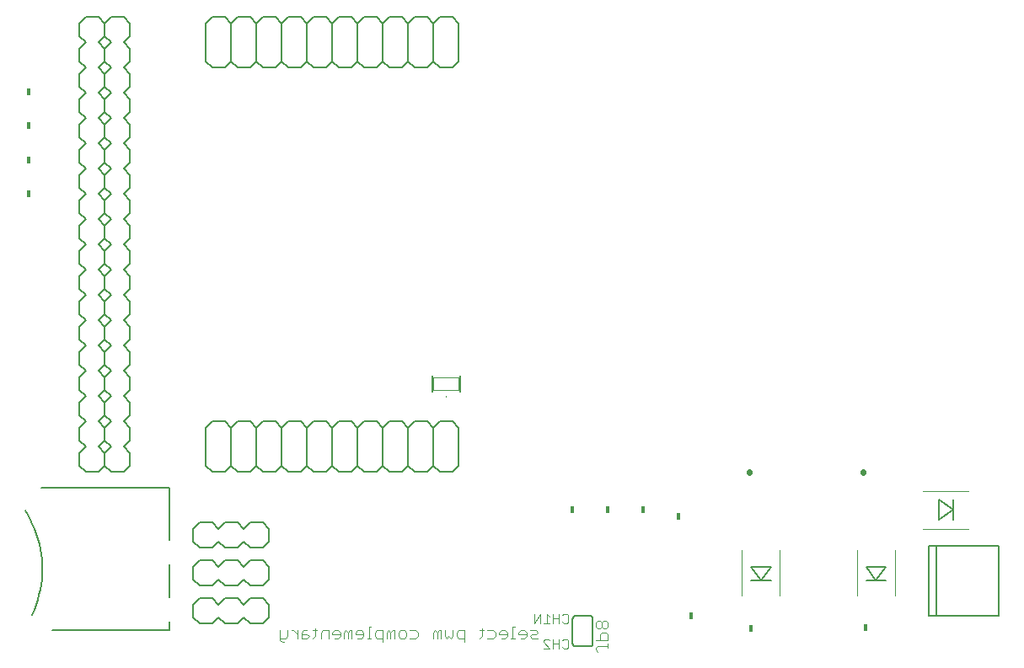
<source format=gbo>
G75*
G70*
%OFA0B0*%
%FSLAX24Y24*%
%IPPOS*%
%LPD*%
%AMOC8*
5,1,8,0,0,1.08239X$1,22.5*
%
%ADD10C,0.0040*%
%ADD11C,0.0030*%
%ADD12C,0.0080*%
%ADD13C,0.0220*%
%ADD14R,0.0180X0.0300*%
%ADD15C,0.0060*%
%ADD16C,0.0050*%
%ADD17C,0.0004*%
%ADD18C,0.0030*%
D10*
X012629Y001005D02*
X012706Y000928D01*
X012782Y000928D01*
X012629Y001005D02*
X012629Y001388D01*
X012936Y001388D02*
X012936Y001158D01*
X012859Y001081D01*
X012629Y001081D01*
X013089Y001388D02*
X013166Y001388D01*
X013319Y001235D01*
X013319Y001388D02*
X013319Y001081D01*
X013473Y001081D02*
X013703Y001081D01*
X013780Y001158D01*
X013703Y001235D01*
X013473Y001235D01*
X013473Y001311D02*
X013473Y001081D01*
X013473Y001311D02*
X013550Y001388D01*
X013703Y001388D01*
X013933Y001388D02*
X014087Y001388D01*
X014010Y001465D02*
X014010Y001158D01*
X013933Y001081D01*
X014240Y001081D02*
X014240Y001311D01*
X014317Y001388D01*
X014547Y001388D01*
X014547Y001081D01*
X014700Y001235D02*
X015007Y001235D01*
X015007Y001311D02*
X014931Y001388D01*
X014777Y001388D01*
X014700Y001311D01*
X014700Y001235D01*
X014777Y001081D02*
X014931Y001081D01*
X015007Y001158D01*
X015007Y001311D01*
X015161Y001311D02*
X015161Y001081D01*
X015314Y001081D02*
X015314Y001311D01*
X015238Y001388D01*
X015161Y001311D01*
X015314Y001311D02*
X015391Y001388D01*
X015468Y001388D01*
X015468Y001081D01*
X015621Y001235D02*
X015928Y001235D01*
X015928Y001311D02*
X015851Y001388D01*
X015698Y001388D01*
X015621Y001311D01*
X015621Y001235D01*
X015698Y001081D02*
X015851Y001081D01*
X015928Y001158D01*
X015928Y001311D01*
X016081Y001081D02*
X016235Y001081D01*
X016158Y001081D02*
X016158Y001542D01*
X016235Y001542D01*
X016465Y001388D02*
X016388Y001311D01*
X016388Y001158D01*
X016465Y001081D01*
X016695Y001081D01*
X016695Y000928D02*
X016695Y001388D01*
X016465Y001388D01*
X016849Y001311D02*
X016849Y001081D01*
X017002Y001081D02*
X017002Y001311D01*
X016925Y001388D01*
X016849Y001311D01*
X017002Y001311D02*
X017079Y001388D01*
X017156Y001388D01*
X017156Y001081D01*
X017309Y001158D02*
X017309Y001311D01*
X017386Y001388D01*
X017539Y001388D01*
X017616Y001311D01*
X017616Y001158D01*
X017539Y001081D01*
X017386Y001081D01*
X017309Y001158D01*
X017769Y001081D02*
X018000Y001081D01*
X018076Y001158D01*
X018076Y001311D01*
X018000Y001388D01*
X017769Y001388D01*
X018690Y001311D02*
X018690Y001081D01*
X018844Y001081D02*
X018844Y001311D01*
X018767Y001388D01*
X018690Y001311D01*
X018844Y001311D02*
X018920Y001388D01*
X018997Y001388D01*
X018997Y001081D01*
X019151Y001158D02*
X019227Y001081D01*
X019304Y001158D01*
X019381Y001081D01*
X019457Y001158D01*
X019457Y001388D01*
X019611Y001311D02*
X019688Y001388D01*
X019918Y001388D01*
X019918Y000928D01*
X019918Y001081D02*
X019688Y001081D01*
X019611Y001158D01*
X019611Y001311D01*
X019151Y001388D02*
X019151Y001158D01*
X020532Y001081D02*
X020608Y001158D01*
X020608Y001465D01*
X020685Y001388D02*
X020532Y001388D01*
X020838Y001388D02*
X021069Y001388D01*
X021145Y001311D01*
X021145Y001158D01*
X021069Y001081D01*
X020838Y001081D01*
X021299Y001235D02*
X021606Y001235D01*
X021606Y001311D02*
X021529Y001388D01*
X021376Y001388D01*
X021299Y001311D01*
X021299Y001235D01*
X021376Y001081D02*
X021529Y001081D01*
X021606Y001158D01*
X021606Y001311D01*
X021759Y001081D02*
X021913Y001081D01*
X021836Y001081D02*
X021836Y001542D01*
X021913Y001542D01*
X022143Y001388D02*
X022066Y001311D01*
X022066Y001235D01*
X022373Y001235D01*
X022373Y001311D02*
X022296Y001388D01*
X022143Y001388D01*
X022373Y001311D02*
X022373Y001158D01*
X022296Y001081D01*
X022143Y001081D01*
X022526Y001158D02*
X022603Y001235D01*
X022757Y001235D01*
X022833Y001311D01*
X022757Y001388D01*
X022526Y001388D01*
X022526Y001158D02*
X022603Y001081D01*
X022833Y001081D01*
X025123Y001010D02*
X025584Y001010D01*
X025584Y001241D01*
X025507Y001317D01*
X025353Y001317D01*
X025277Y001241D01*
X025277Y001010D01*
X025200Y000780D02*
X025123Y000704D01*
X025123Y000627D01*
X025200Y000550D01*
X025200Y000780D02*
X025584Y000780D01*
X025584Y000704D02*
X025584Y000857D01*
X025507Y001471D02*
X025430Y001471D01*
X025353Y001548D01*
X025353Y001701D01*
X025277Y001778D01*
X025200Y001778D01*
X025123Y001701D01*
X025123Y001548D01*
X025200Y001471D01*
X025277Y001471D01*
X025353Y001548D01*
X025353Y001701D02*
X025430Y001778D01*
X025507Y001778D01*
X025584Y001701D01*
X025584Y001548D01*
X025507Y001471D01*
X030903Y002771D02*
X030903Y004551D01*
X032403Y004551D02*
X032403Y002771D01*
X035453Y002771D02*
X035453Y004551D01*
X036953Y004551D02*
X036953Y002771D01*
X038063Y005411D02*
X039843Y005411D01*
X039843Y006911D02*
X038063Y006911D01*
D11*
X024038Y001985D02*
X024038Y001738D01*
X023977Y001676D01*
X023853Y001676D01*
X023791Y001738D01*
X023670Y001676D02*
X023670Y002047D01*
X023791Y001985D02*
X023853Y002047D01*
X023977Y002047D01*
X024038Y001985D01*
X023670Y001861D02*
X023423Y001861D01*
X023302Y001923D02*
X023178Y002047D01*
X023178Y001676D01*
X023055Y001676D02*
X023302Y001676D01*
X023423Y001676D02*
X023423Y002047D01*
X022933Y002047D02*
X022687Y001676D01*
X022687Y002047D01*
X022933Y002047D02*
X022933Y001676D01*
X023117Y001047D02*
X023055Y000985D01*
X023055Y000923D01*
X023302Y000676D01*
X023055Y000676D01*
X023423Y000676D02*
X023423Y001047D01*
X023302Y000985D02*
X023240Y001047D01*
X023117Y001047D01*
X023423Y000861D02*
X023670Y000861D01*
X023791Y000738D02*
X023853Y000676D01*
X023977Y000676D01*
X024038Y000738D01*
X024038Y000985D01*
X023977Y001047D01*
X023853Y001047D01*
X023791Y000985D01*
X023670Y001047D02*
X023670Y000676D01*
D12*
X031260Y003374D02*
X032047Y003374D01*
X031653Y003374D02*
X031260Y003914D01*
X032047Y003914D01*
X031653Y003374D01*
X035810Y003374D02*
X036597Y003374D01*
X036203Y003374D02*
X035810Y003914D01*
X036597Y003914D01*
X036203Y003374D01*
X038286Y004728D02*
X038286Y001972D01*
X038601Y001972D01*
X038601Y004728D01*
X038286Y004728D01*
X038601Y004728D02*
X041042Y004728D01*
X041042Y001972D01*
X038601Y001972D01*
X038700Y005768D02*
X038700Y006555D01*
X039241Y006161D01*
X038700Y005768D01*
X039241Y005768D02*
X039241Y006555D01*
X012203Y005411D02*
X012203Y004911D01*
X011953Y004661D01*
X011453Y004661D01*
X011203Y004911D01*
X010953Y004661D01*
X010453Y004661D01*
X010203Y004911D01*
X009953Y004661D01*
X009453Y004661D01*
X009203Y004911D01*
X009203Y005411D01*
X009453Y005661D01*
X009953Y005661D01*
X010203Y005411D01*
X010453Y005661D01*
X010953Y005661D01*
X011203Y005411D01*
X011453Y005661D01*
X011953Y005661D01*
X012203Y005411D01*
X011953Y004161D02*
X011453Y004161D01*
X011203Y003911D01*
X010953Y004161D01*
X010453Y004161D01*
X010203Y003911D01*
X009953Y004161D01*
X009453Y004161D01*
X009203Y003911D01*
X009203Y003411D01*
X009453Y003161D01*
X009953Y003161D01*
X010203Y003411D01*
X010453Y003161D01*
X010953Y003161D01*
X011203Y003411D01*
X011453Y003161D01*
X011953Y003161D01*
X012203Y003411D01*
X012203Y003911D01*
X011953Y004161D01*
X011953Y002661D02*
X011453Y002661D01*
X011203Y002411D01*
X010953Y002661D01*
X010453Y002661D01*
X010203Y002411D01*
X009953Y002661D01*
X009453Y002661D01*
X009203Y002411D01*
X009203Y001911D01*
X009453Y001661D01*
X009953Y001661D01*
X010203Y001911D01*
X010453Y001661D01*
X010953Y001661D01*
X011203Y001911D01*
X011453Y001661D01*
X011953Y001661D01*
X012203Y001911D01*
X012203Y002411D01*
X011953Y002661D01*
X006703Y007911D02*
X006453Y007661D01*
X005953Y007661D01*
X005703Y007911D01*
X005703Y008411D01*
X005953Y008661D01*
X005703Y008911D01*
X005703Y009411D01*
X005953Y009661D01*
X005703Y009911D01*
X005703Y010411D01*
X005953Y010661D01*
X005703Y010911D01*
X005703Y011411D01*
X005953Y011661D01*
X005703Y011911D01*
X005703Y012411D01*
X005953Y012661D01*
X005703Y012911D01*
X005703Y013411D01*
X005953Y013661D01*
X005703Y013911D01*
X005703Y014411D01*
X005953Y014661D01*
X005703Y014911D01*
X005703Y015411D01*
X005953Y015661D01*
X005703Y015911D01*
X005703Y016411D01*
X005953Y016661D01*
X005703Y016911D01*
X005703Y017411D01*
X005953Y017661D01*
X005703Y017911D01*
X005703Y018411D01*
X005953Y018661D01*
X005703Y018911D01*
X005703Y019411D01*
X005953Y019661D01*
X005703Y019911D01*
X005703Y020411D01*
X005953Y020661D01*
X005703Y020911D01*
X005703Y021411D01*
X005953Y021661D01*
X005703Y021911D01*
X005703Y022411D01*
X005953Y022661D01*
X005703Y022911D01*
X005703Y023411D01*
X005953Y023661D01*
X005703Y023911D01*
X005703Y024411D01*
X005953Y024661D01*
X005703Y024911D01*
X005703Y025411D01*
X005953Y025661D01*
X006453Y025661D01*
X006703Y025411D01*
X006703Y024911D01*
X006453Y024661D01*
X006703Y024411D01*
X006703Y023911D01*
X006453Y023661D01*
X006703Y023411D01*
X006703Y022911D01*
X006453Y022661D01*
X006703Y022411D01*
X006703Y021911D01*
X006453Y021661D01*
X006703Y021411D01*
X006703Y020911D01*
X006453Y020661D01*
X006703Y020411D01*
X006703Y019911D01*
X006453Y019661D01*
X006703Y019411D01*
X006703Y018911D01*
X006453Y018661D01*
X006703Y018411D01*
X006703Y017911D01*
X006453Y017661D01*
X006703Y017411D01*
X006703Y016911D01*
X006453Y016661D01*
X006703Y016411D01*
X006703Y015911D01*
X006453Y015661D01*
X006703Y015411D01*
X006703Y014911D01*
X006453Y014661D01*
X006703Y014411D01*
X006703Y013911D01*
X006453Y013661D01*
X006703Y013411D01*
X006703Y012911D01*
X006453Y012661D01*
X006703Y012411D01*
X006703Y011911D01*
X006453Y011661D01*
X006703Y011411D01*
X006703Y010911D01*
X006453Y010661D01*
X006703Y010411D01*
X006703Y009911D01*
X006453Y009661D01*
X006703Y009411D01*
X006703Y008911D01*
X006453Y008661D01*
X006703Y008411D01*
X006703Y007911D01*
X005703Y007911D02*
X005453Y007661D01*
X004953Y007661D01*
X004703Y007911D01*
X004703Y008411D01*
X004953Y008661D01*
X004703Y008911D01*
X004703Y009411D01*
X004953Y009661D01*
X004703Y009911D01*
X004703Y010411D01*
X004953Y010661D01*
X004703Y010911D01*
X004703Y011411D01*
X004953Y011661D01*
X004703Y011911D01*
X004703Y012411D01*
X004953Y012661D01*
X004703Y012911D01*
X004703Y013411D01*
X004953Y013661D01*
X004703Y013911D01*
X004703Y014411D01*
X004953Y014661D01*
X004703Y014911D01*
X004703Y015411D01*
X004953Y015661D01*
X004703Y015911D01*
X004703Y016411D01*
X004953Y016661D01*
X004703Y016911D01*
X004703Y017411D01*
X004953Y017661D01*
X004703Y017911D01*
X004703Y018411D01*
X004953Y018661D01*
X004703Y018911D01*
X004703Y019411D01*
X004953Y019661D01*
X004703Y019911D01*
X004703Y020411D01*
X004953Y020661D01*
X004703Y020911D01*
X004703Y021411D01*
X004953Y021661D01*
X004703Y021911D01*
X004703Y022411D01*
X004953Y022661D01*
X004703Y022911D01*
X004703Y023411D01*
X004953Y023661D01*
X004703Y023911D01*
X004703Y024411D01*
X004953Y024661D01*
X004703Y024911D01*
X004703Y025411D01*
X004953Y025661D01*
X005453Y025661D01*
X005703Y025411D01*
X005703Y024911D01*
X005453Y024661D01*
X005703Y024411D01*
X005703Y023911D01*
X005453Y023661D01*
X005703Y023411D01*
X005703Y022911D01*
X005453Y022661D01*
X005703Y022411D01*
X005703Y021911D01*
X005453Y021661D01*
X005703Y021411D01*
X005703Y020911D01*
X005453Y020661D01*
X005703Y020411D01*
X005703Y019911D01*
X005453Y019661D01*
X005703Y019411D01*
X005703Y018911D01*
X005453Y018661D01*
X005703Y018411D01*
X005703Y017911D01*
X005453Y017661D01*
X005703Y017411D01*
X005703Y016911D01*
X005453Y016661D01*
X005703Y016411D01*
X005703Y015911D01*
X005453Y015661D01*
X005703Y015411D01*
X005703Y014911D01*
X005453Y014661D01*
X005703Y014411D01*
X005703Y013911D01*
X005453Y013661D01*
X005703Y013411D01*
X005703Y012911D01*
X005453Y012661D01*
X005703Y012411D01*
X005703Y011911D01*
X005453Y011661D01*
X005703Y011411D01*
X005703Y010911D01*
X005453Y010661D01*
X005703Y010411D01*
X005703Y009911D01*
X005453Y009661D01*
X005703Y009411D01*
X005703Y008911D01*
X005453Y008661D01*
X005703Y008411D01*
X005703Y007911D01*
D13*
X031203Y007649D02*
X031203Y007673D01*
X035703Y007649D02*
X035703Y007673D01*
D14*
X028403Y005911D03*
X027003Y006161D03*
X025603Y006161D03*
X024203Y006161D03*
X028903Y001961D03*
X031253Y001461D03*
X035803Y001511D03*
X002703Y018661D03*
X002703Y020011D03*
X002703Y021361D03*
X002703Y022711D03*
D15*
X009703Y023911D02*
X009703Y025411D01*
X009953Y025661D01*
X010453Y025661D01*
X010703Y025411D01*
X010703Y023911D01*
X010453Y023661D01*
X009953Y023661D01*
X009703Y023911D01*
X010703Y023911D02*
X010953Y023661D01*
X011453Y023661D01*
X011703Y023911D01*
X011703Y025411D01*
X011453Y025661D01*
X010953Y025661D01*
X010703Y025411D01*
X011703Y025411D02*
X011953Y025661D01*
X012453Y025661D01*
X012703Y025411D01*
X012703Y023911D01*
X012953Y023661D01*
X013453Y023661D01*
X013703Y023911D01*
X013703Y025411D01*
X013453Y025661D01*
X012953Y025661D01*
X012703Y025411D01*
X013703Y025411D02*
X013953Y025661D01*
X014453Y025661D01*
X014703Y025411D01*
X014703Y023911D01*
X014453Y023661D01*
X013953Y023661D01*
X013703Y023911D01*
X014703Y023911D02*
X014953Y023661D01*
X015453Y023661D01*
X015703Y023911D01*
X015703Y025411D01*
X015453Y025661D01*
X014953Y025661D01*
X014703Y025411D01*
X015703Y025411D02*
X015953Y025661D01*
X016453Y025661D01*
X016703Y025411D01*
X016703Y023911D01*
X016453Y023661D01*
X015953Y023661D01*
X015703Y023911D01*
X016703Y023911D02*
X016953Y023661D01*
X017453Y023661D01*
X017703Y023911D01*
X017703Y025411D01*
X017453Y025661D01*
X016953Y025661D01*
X016703Y025411D01*
X017703Y025411D02*
X017953Y025661D01*
X018453Y025661D01*
X018703Y025411D01*
X018703Y023911D01*
X018453Y023661D01*
X017953Y023661D01*
X017703Y023911D01*
X018703Y023911D02*
X018953Y023661D01*
X019453Y023661D01*
X019703Y023911D01*
X019703Y025411D01*
X019453Y025661D01*
X018953Y025661D01*
X018703Y025411D01*
X012703Y023911D02*
X012453Y023661D01*
X011953Y023661D01*
X011703Y023911D01*
X011453Y009661D02*
X010953Y009661D01*
X010703Y009411D01*
X010703Y007911D01*
X010953Y007661D01*
X011453Y007661D01*
X011703Y007911D01*
X011703Y009411D01*
X011953Y009661D01*
X012453Y009661D01*
X012703Y009411D01*
X012703Y007911D01*
X012953Y007661D01*
X013453Y007661D01*
X013703Y007911D01*
X013703Y009411D01*
X013953Y009661D01*
X014453Y009661D01*
X014703Y009411D01*
X014703Y007911D01*
X014953Y007661D01*
X015453Y007661D01*
X015703Y007911D01*
X015703Y009411D01*
X015953Y009661D01*
X016453Y009661D01*
X016703Y009411D01*
X016703Y007911D01*
X016953Y007661D01*
X017453Y007661D01*
X017703Y007911D01*
X017703Y009411D01*
X017453Y009661D01*
X016953Y009661D01*
X016703Y009411D01*
X015703Y009411D02*
X015453Y009661D01*
X014953Y009661D01*
X014703Y009411D01*
X013703Y009411D02*
X013453Y009661D01*
X012953Y009661D01*
X012703Y009411D01*
X011703Y009411D02*
X011453Y009661D01*
X010703Y009411D02*
X010453Y009661D01*
X009953Y009661D01*
X009703Y009411D01*
X009703Y007911D01*
X009953Y007661D01*
X010453Y007661D01*
X010703Y007911D01*
X011703Y007911D02*
X011953Y007661D01*
X012453Y007661D01*
X012703Y007911D01*
X013703Y007911D02*
X013953Y007661D01*
X014453Y007661D01*
X014703Y007911D01*
X015703Y007911D02*
X015953Y007661D01*
X016453Y007661D01*
X016703Y007911D01*
X017703Y007911D02*
X017953Y007661D01*
X018453Y007661D01*
X018703Y007911D01*
X018953Y007661D01*
X019453Y007661D01*
X019703Y007911D01*
X019703Y009411D01*
X019453Y009661D01*
X018953Y009661D01*
X018703Y009411D01*
X018703Y007911D01*
X018703Y009411D02*
X018453Y009661D01*
X017953Y009661D01*
X017703Y009411D01*
X024303Y001961D02*
X024903Y001961D01*
X024920Y001959D01*
X024937Y001955D01*
X024953Y001948D01*
X024967Y001938D01*
X024980Y001925D01*
X024990Y001911D01*
X024997Y001895D01*
X025001Y001878D01*
X025003Y001861D01*
X025003Y000861D01*
X025001Y000844D01*
X024997Y000827D01*
X024990Y000811D01*
X024980Y000797D01*
X024967Y000784D01*
X024953Y000774D01*
X024937Y000767D01*
X024920Y000763D01*
X024903Y000761D01*
X024303Y000761D01*
X024286Y000763D01*
X024269Y000767D01*
X024253Y000774D01*
X024239Y000784D01*
X024226Y000797D01*
X024216Y000811D01*
X024209Y000827D01*
X024205Y000844D01*
X024203Y000861D01*
X024203Y001861D01*
X024205Y001878D01*
X024209Y001895D01*
X024216Y001911D01*
X024226Y001925D01*
X024239Y001938D01*
X024253Y001948D01*
X024269Y001955D01*
X024286Y001959D01*
X024303Y001961D01*
D16*
X008253Y001405D02*
X003607Y001405D01*
X002830Y002011D02*
X002912Y002199D01*
X002984Y002391D01*
X003047Y002586D01*
X003101Y002784D01*
X003145Y002984D01*
X003180Y003186D01*
X003205Y003390D01*
X003220Y003594D01*
X003225Y003799D01*
X003221Y004004D01*
X003206Y004209D01*
X003182Y004413D01*
X003149Y004615D01*
X003105Y004815D01*
X003053Y005014D01*
X002990Y005209D01*
X002919Y005401D01*
X002838Y005590D01*
X002749Y005774D01*
X002651Y005954D01*
X002544Y006130D01*
X003174Y007035D02*
X008253Y007035D01*
X008253Y004968D01*
X008253Y003994D02*
X008253Y002714D01*
X008253Y001750D02*
X008253Y001405D01*
X018644Y010846D02*
X018644Y011476D01*
X019762Y011476D02*
X019762Y010846D01*
D17*
X019203Y010653D02*
X019203Y010649D01*
D18*
X019703Y010901D02*
X018699Y010901D01*
X018699Y011417D01*
X019703Y011417D01*
X019703Y010901D01*
M02*

</source>
